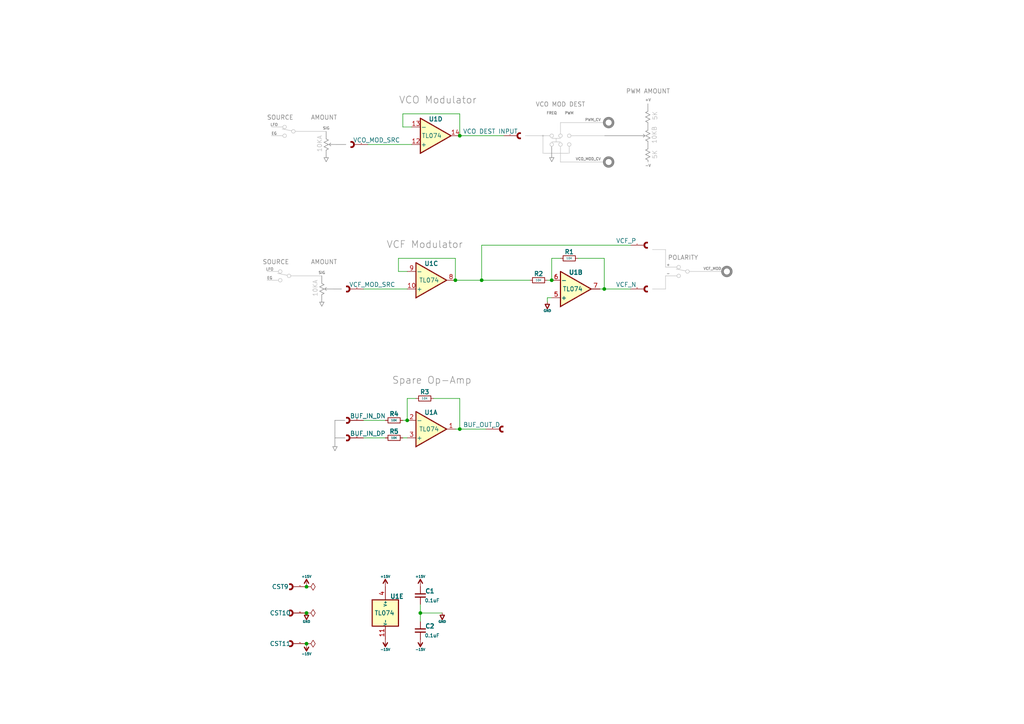
<source format=kicad_sch>
(kicad_sch (version 20250114) (generator "eeschema") (generator_version "9.0")
  (paper "A4")
  (title_block (title "CHIPz - Modulator VCO/VCF") (date "2025-12-01") (rev "B") (company "Circuit Monkey") (comment 1 "Based upon a Moog circuit"))
  (lib_symbols
    (symbol "CM_Connector_Generic:cast-01" (in_bom no)
      (property "Reference" "CST" (at -5.08 0 0))
      (symbol "cast-01_1_1"
        (polyline (pts (xy -2.5 1) (xy -1.875 1) (xy -1.5 0.75) (xy -1.25 0.375) (xy -1.25 -0.375) (xy -1.5 -0.75) (xy -1.875 -1) (xy -2.5 -1) (xy -2.5 -0.5) (xy -2 -0.5) (xy -1.75 -0.25) (xy -1.75 0.25) (xy -2 0.5) (xy -2.5 0.5) (xy -2.5 1)) (stroke (width -0.0001) (color 194 0 0 1)) (fill (type color) (color 132 0 0 1)))
        (pin passive line (at 2.54 0 180) (length 3.81) (name "") (number "1"))
      )
    )
    (symbol "CM_Device:C" (pin_numbers (hide yes)) (pin_names (offset 0.254) (hide yes))
      (property "Reference" "C" (at 1.27 1.27 0))
      (property "Value" "xxuF" (at 1.2687 -1.4475 0))
      (symbol "C_1_1"
        (rectangle (start -1.6 0.633) (end 1.6 0.303) (stroke (width -0.0001)) (fill (type outline)))
        (rectangle (start -1.6 -0.3) (end 1.6 -0.63) (stroke (width -0.0001)) (fill (type outline)))
        (pin passive line (at 0 2.54 270) (length 2.032) (name "~") (number "1"))
        (pin passive line (at 0 -2.54 90) (length 2.032) (name "~") (number "2"))
      )
    )
    (symbol "CM_Device:R" (pin_numbers (hide yes)) (pin_names (offset 0.254) (hide yes))
      (property "Reference" "R" (at 1.875 0 90))
      (property "Value" "VAL" (at 0 0 90))
      (symbol "R_0_1"
        (rectangle (start -0.762 1.778) (end 0.762 -1.778) (stroke (width 0.2032)))
      )
      (symbol "R_1_1"
        (pin passive line (at 0 2.54 270) (length 0.762) (name "~") (number "1"))
        (pin passive line (at 0 -2.54 90) (length 0.762) (name "~") (number "2"))
      )
    )
    (symbol "CM_Op-Amp:TL074" (pin_names (offset 0.127))
      (property "Reference" "U" (at -0.561 4.6406 0))
      (property "Value" "TL074" (at 2.1652 -2.9799 0))
      (symbol "TL074_1_1"
        (polyline (pts (xy -3.81 5.08) (xy 5.08 0) (xy -3.81 -5.08) (xy -3.81 5.08)) (stroke (width 0.33)) (fill (type background)))
        (pin input line (at -6.35 2.54 0) (length 2.54) (name "+") (number "3"))
        (pin input line (at -6.35 -2.54 0) (length 2.54) (name "-") (number "2"))
        (pin output line (at 7.62 0 180) (length 2.54) (name "~") (number "1"))
      )
      (symbol "TL074_2_1"
        (polyline (pts (xy -3.81 5.08) (xy 5.08 0) (xy -3.81 -5.08) (xy -3.81 5.08)) (stroke (width 0.33)) (fill (type background)))
        (pin input line (at -6.35 2.54 0) (length 2.54) (name "+") (number "5"))
        (pin input line (at -6.35 -2.54 0) (length 2.54) (name "-") (number "6"))
        (pin output line (at 7.62 0 180) (length 2.54) (name "~") (number "7"))
      )
      (symbol "TL074_3_1"
        (polyline (pts (xy -3.81 5.08) (xy 5.08 0) (xy -3.81 -5.08) (xy -3.81 5.08)) (stroke (width 0.33)) (fill (type background)))
        (pin input line (at -6.35 2.54 0) (length 2.54) (name "+") (number "10"))
        (pin input line (at -6.35 -2.54 0) (length 2.54) (name "-") (number "9"))
        (pin output line (at 7.62 0 180) (length 2.54) (name "~") (number "8"))
      )
      (symbol "TL074_4_1"
        (polyline (pts (xy -3.81 5.08) (xy 5.08 0) (xy -3.81 -5.08) (xy -3.81 5.08)) (stroke (width 0.33)) (fill (type background)))
        (pin input line (at -6.35 2.54 0) (length 2.54) (name "+") (number "12"))
        (pin input line (at -6.35 -2.54 0) (length 2.54) (name "-") (number "13"))
        (pin output line (at 7.62 0 180) (length 2.54) (name "~") (number "14"))
      )
      (symbol "TL074_5_1"
        (rectangle (start -6.35 3.81) (end 1.27 -3.81) (stroke (width 0.33)) (fill (type background)))
        (pin power_in line (at -2.54 7.62 270) (length 3.81) (name "V+") (number "4"))
        (pin power_in line (at -2.54 -7.62 90) (length 3.81) (name "V-") (number "11"))
      )
    )
    (symbol "CM_power:+15V" (power) (pin_numbers (hide yes)) (pin_names (offset 0) (hide yes))
      (property "Value" "+15V" (at 0 2.5 0))
      (symbol "+15V_0_1"
        (polyline (pts (xy -0.625 1) (xy 0 2.125) (xy 0.625 1)) (stroke (width 0.33)))
        (polyline (pts (xy 0 0) (xy 0 2)))
      )
      (symbol "+15V_1_1"
        (pin power_in line (at 0 0 90) (length 0) (name "~") (number "1"))
      )
    )
    (symbol "CM_power:-15V" (power) (pin_numbers (hide yes)) (pin_names (offset 0) (hide yes))
      (property "Value" "-15V" (at 0 2.5 0))
      (symbol "-15V_0_1"
        (polyline (pts (xy -0.625 1) (xy 0 2.125) (xy 0.625 1)) (stroke (width 0.33)))
        (polyline (pts (xy -0.125 1.625) (xy 0.125 1.625)) (stroke (width 0.09)))
        (polyline (pts (xy -0.125 1.375) (xy 0.125 1.375)) (stroke (width 0.09)))
        (polyline (pts (xy -0.125 1.125) (xy 0.125 1.125)) (stroke (width 0.09)))
        (polyline (pts (xy 0 0) (xy 0 2)))
      )
      (symbol "-15V_1_1"
        (pin power_in line (at 0 0 90) (length 0) (name "~") (number "1"))
      )
    )
    (symbol "CM_power:GND" (power) (pin_numbers (hide yes)) (pin_names (offset 0) (hide yes))
      (property "Value" "GND" (at 0 -2.1 0))
      (symbol "GND_0_1"
        (polyline (pts (xy 0 -0.625) (xy 0 0)))
        (polyline (pts (xy 0 -0.635) (xy 0.635 -0.635) (xy 0 -1.905) (xy -0.635 -0.635) (xy 0 -0.635)) (stroke (width 0.3)))
      )
      (symbol "GND_1_1"
        (pin power_in line (at 0 0 270) (length 0) (name "~") (number "1"))
      )
    )
    (symbol "power:PWR_FLAG" (power) (pin_numbers (hide yes)) (pin_names (offset 0) (hide yes))
      (property "Value" "PWR_FLAG" (at 0 3.81 0))
      (symbol "PWR_FLAG_0_0"
        (pin power_out line (at 0 0 90) (length 0) (name "~") (number "1"))
      )
      (symbol "PWR_FLAG_0_1"
        (polyline (pts (xy 0 0) (xy 0 1.27) (xy -1.016 1.905) (xy 0 2.54) (xy 1.016 1.905) (xy 0 1.27)))
      )
    )
  )
  (circle (center 160.02 41.91) (radius 0.5168) (stroke (width 0) (color 194 194 194 1)))
  (circle (center 85.09 38.1) (radius 0.5168) (stroke (width 0) (color 194 194 194 1)))
  (circle (center 196.85 77.47) (radius 0.5168) (stroke (width 0) (color 194 194 194 1)))
  (circle (center 199.39 78.74) (radius 0.5168) (stroke (width 0) (color 194 194 194 1)))
  (circle (center 176.53 46.99) (radius 1.27) (stroke (width 0.762) (color 132 132 132 1)))
  (circle (center 81.28 78.74) (radius 0.5168) (stroke (width 0) (color 194 194 194 1)))
  (circle (center 81.28 81.28) (radius 0.5168) (stroke (width 0) (color 194 194 194 1)))
  (circle (center 162.56 41.91) (radius 0.5168) (stroke (width 0) (color 194 194 194 1)))
  (circle (center 82.55 39.37) (radius 0.5168) (stroke (width 0) (color 194 194 194 1)))
  (circle (center 196.85 80.01) (radius 0.5168) (stroke (width 0) (color 194 194 194 1)))
  (circle (center 165.1 39.37) (radius 0.5168) (stroke (width 0) (color 194 194 194 1)))
  (circle (center 210.82 78.74) (radius 1.27) (stroke (width 0.762) (color 132 132 132 1)))
  (circle (center 176.53 35.56) (radius 1.27) (stroke (width 0.762) (color 132 132 132 1)))
  (circle (center 162.56 39.37) (radius 0.5168) (stroke (width 0) (color 194 194 194 1)))
  (circle (center 160.02 39.37) (radius 0.5168) (stroke (width 0) (color 194 194 194 1)))
  (circle (center 82.55 36.83) (radius 0.5168) (stroke (width 0) (color 194 194 194 1)))
  (circle (center 83.82 80.01) (radius 0.5168) (stroke (width 0) (color 194 194 194 1)))
  (circle (center 157.48 39.37) (radius 0.1811) (stroke (width 0) (color 194 194 194 1)))
  (circle (center 165.1 41.91) (radius 0.5168) (stroke (width 0) (color 194 194 194 1)))
  (text "VCO Modulator" (at 127 29.21 0) (effects (font (size 2.032 2.032))))
  (text "+V" (at 187.96 29.21 0) (effects (font (size 0.762 0.762))))
  (text "10KB" (at 189.809 39.3704 90) (effects (font (size 1.27 1.27))))
  (text "Spare Op-Amp" (at 125.246 110.49 0) (effects (font (size 2.032 2.032))))
  (text "SIG" (at 93.341 79.3223 0) (effects (font (size 0.762 0.762))))
  (text "5K" (at 189.9723 33.7975 90) (effects (font (size 1.27 1.27))))
  (text "SOURCE" (at 81.28 34.29 0) (effects (font (size 1.27 1.27))))
  (text "SOURCE" (at 80.01 76.2 0) (effects (font (size 1.27 1.27))))
  (text "FREQ" (at 160.02 33.02 0) (effects (font (size 0.762 0.762))))
  (text "VCF_MOD" (at 206.6026 78.1469 0) (effects (font (size 0.762 0.762))))
  (text "POLARITY" (at 198.12 74.93 0) (effects (font (size 1.27 1.27))))
  (text "PWM_CV" (at 171.9773 34.9571 0) (effects (font (size 0.762 0.762))))
  (text "VCF Modulator" (at 123.19 71.12 0) (effects (font (size 2.032 2.032))))
  (text "VCO_MOD_CV" (at 170.6331 46.3355 0) (effects (font (size 0.762 0.762))))
  (text "-V" (at 187.96 48.26 0) (effects (font (size 0.762 0.762))))
  (text "VCO MOD DEST" (at 162.56 30.48 0) (effects (font (size 1.27 1.27))))
  (text "SIG" (at 94.611 37.4123 0) (effects (font (size 0.762 0.762))))
  (text "LFO" (at 79.5056 36.3985 0) (effects (font (size 0.762 0.762))))
  (text "EG" (at 78.2356 80.8485 0) (effects (font (size 0.762 0.762))))
  (text "-" (at 193.8056 79.5785 0) (effects (font (size 0.762 0.762))))
  (text "AMOUNT" (at 93.98 34.29 0) (effects (font (size 1.27 1.27))))
  (text "LFO" (at 78.2356 78.3085 0) (effects (font (size 0.762 0.762))))
  (text "EG" (at 79.5056 38.9385 0) (effects (font (size 0.762 0.762))))
  (text "PWM AMOUNT" (at 187.96 26.67 0) (effects (font (size 1.27 1.27))))
  (text "5K" (at 189.9238 45.0699 90) (effects (font (size 1.27 1.27))))
  (text "10KA" (at 92.71 41.91 90) (effects (font (size 1.27 1.27))))
  (text "10KA" (at 91.44 83.82 90) (effects (font (size 1.27 1.27))))
  (text "AMOUNT" (at 93.98 76.2 0) (effects (font (size 1.27 1.27))))
  (text "+" (at 193.8056 77.0385 0) (effects (font (size 0.762 0.762))))
  (text "PWM" (at 165.1 33.02 0) (effects (font (size 0.762 0.762))))
  (junction (at 175.26 83.82))
  (junction (at 139.7 81.28))
  (junction (at 132.08 81.28))
  (junction (at 160.02 81.28))
  (junction (at 133.35 39.37))
  (junction (at 118.11 121.92))
  (junction (at 121.92 177.8))
  (junction (at 88.9 170.18))
  (junction (at 133.35 124.46))
  (junction (at 88.9 177.8))
  (junction (at 88.9 186.69))
  (polyline (pts (xy 187.269 38.1004) (xy 188.5357 38.742)) (stroke (width 0) (color 132 132 132 0.74)))
  (polyline (pts (xy 92.71 87.63) (xy 93.3358 88.8309)) (stroke (width 0) (color 132 132 132 0.65)))
  (wire (pts (xy 132.08 124.46) (xy 133.35 124.46)))
  (polyline (pts (xy 77.47 78.74) (xy 80.7278 78.7389)) (stroke (width 0) (color 194 194 194 1)))
  (polyline (pts (xy 188.5334 44.1758) (xy 187.2647 44.8101)) (stroke (width 0) (color 132 132 132 0.74)))
  (wire (pts (xy 118.11 115.57) (xy 120.65 115.57)))
  (polyline (pts (xy 162.56 38.8253) (xy 162.56 35.56)) (stroke (width 0) (color 194 194 194 1)))
  (wire (pts (xy 167.64 74.93) (xy 175.26 74.93)))
  (polyline (pts (xy 187.96 46.99) (xy 187.9593 46.4688)) (stroke (width 0) (color 132 132 132 0.74)))
  (wire (pts (xy 118.11 78.74) (xy 115.57 78.74)))
  (wire (pts (xy 133.35 124.46) (xy 140.97 124.46)))
  (polyline (pts (xy 160.6726 45.7092) (xy 160.0284 46.9101)) (stroke (width 0) (color 132 132 132 0.65)))
  (polyline (pts (xy 165.6355 39.3727) (xy 175.26 39.37)) (stroke (width 0) (color 194 194 194 1)))
  (polyline (pts (xy 186.5916 38.9259) (xy 187.0421 39.3689)) (stroke (width 0) (color 132 132 132 0.74)))
  (polyline (pts (xy 157.48 39.37) (xy 157.48 44.45)) (stroke (width 0) (color 194 194 194 1)))
  (wire (pts (xy 132.08 74.93) (xy 132.08 81.28)))
  (polyline (pts (xy 92.7133 84.4677) (xy 93.98 85.09)) (stroke (width 0) (color 132 132 132 0.74)))
  (polyline (pts (xy 187.9252 43.1903) (xy 187.9259 40.9998)) (stroke (width 0) (color 132 132 132 0.74)))
  (polyline (pts (xy 162.5532 41.1551) (xy 160.0132 41.1551)) (stroke (width 0) (color 194 194 194 1)))
  (polyline (pts (xy 93.3303 82.2081) (xy 93.98 82.55)) (stroke (width 0) (color 132 132 132 0.74)))
  (polyline (pts (xy 187.269 40.6404) (xy 187.9259 40.9998)) (stroke (width 0) (color 132 132 132 0.74)))
  (polyline (pts (xy 93.9833 42.5577) (xy 95.25 43.18)) (stroke (width 0) (color 132 132 132 0.74)))
  (wire (pts (xy 139.7 81.28) (xy 153.67 81.28)))
  (polyline (pts (xy 159.4026 45.7092) (xy 160.6726 45.7092)) (stroke (width 0) (color 132 132 132 0.65)))
  (wire (pts (xy 133.35 33.02) (xy 133.35 39.37)))
  (polyline (pts (xy 189.23 72.39) (xy 193.04 72.39)) (stroke (width 0) (color 194 194 194 1)))
  (polyline (pts (xy 152.4 39.37) (xy 159.4678 39.3689)) (stroke (width 0) (color 194 194 194 1)))
  (polyline (pts (xy 187.2567 35.1883) (xy 187.9136 35.5477)) (stroke (width 0) (color 132 132 132 0.74)))
  (wire (pts (xy 175.26 83.82) (xy 182.88 83.82)))
  (wire (pts (xy 118.11 121.92) (xy 118.11 115.57)))
  (wire (pts (xy 116.84 121.92) (xy 118.11 121.92)))
  (polyline (pts (xy 95.25 45.72) (xy 94.6058 46.9209)) (stroke (width 0) (color 132 132 132 0.65)))
  (polyline (pts (xy 93.3238 87.6399) (xy 93.3231 85.4494)) (stroke (width 0) (color 132 132 132 0.74)))
  (polyline (pts (xy 193.04 80.01) (xy 193.04 83.82)) (stroke (width 0) (color 194 194 194 1)))
  (polyline (pts (xy 187.267 39.3763) (xy 188.5357 40.0181)) (stroke (width 0) (color 132 132 132 0.74)))
  (polyline (pts (xy 196.1117 78.0236) (xy 198.8559 78.5764)) (stroke (width 0) (color 194 194 194 1)))
  (polyline (pts (xy 94.6003 40.294) (xy 94.6 38.1038)) (stroke (width 0) (color 132 132 132 0.74)))
  (polyline (pts (xy 92.71 87.63) (xy 93.98 87.63)) (stroke (width 0) (color 132 132 132 0.65)))
  (polyline (pts (xy 188.5357 38.742) (xy 187.267 39.3763)) (stroke (width 0) (color 132 132 132 0.74)))
  (polyline (pts (xy 94.2069 83.8185) (xy 94.6725 84.2466)) (stroke (width 0) (color 132 132 132 0.74)))
  (polyline (pts (xy 187.2567 32.6483) (xy 188.5234 33.2899)) (stroke (width 0) (color 132 132 132 0.74)))
  (wire (pts (xy 133.35 115.57) (xy 133.35 124.46)))
  (polyline (pts (xy 77.47 81.28) (xy 80.7452 81.2817)) (stroke (width 0) (color 194 194 194 1)))
  (polyline (pts (xy 96.52 129.54) (xy 97.79 129.54)) (stroke (width 0) (color 132 132 132 0.65)))
  (wire (pts (xy 116.84 33.02) (xy 133.35 33.02)))
  (polyline (pts (xy 193.04 77.47) (xy 196.2978 77.4689)) (stroke (width 0) (color 194 194 194 1)))
  (polyline (pts (xy 159.4026 45.7092) (xy 160.0284 46.9101)) (stroke (width 0) (color 132 132 132 0.65)))
  (polyline (pts (xy 85.669 38.0996) (xy 94.6056 38.1014)) (stroke (width 0) (color 194 194 194 1)))
  (polyline (pts (xy 95.252 41.9159) (xy 93.9833 42.5577)) (stroke (width 0) (color 132 132 132 0.74)))
  (polyline (pts (xy 97.1338 129.5499) (xy 97.1437 121.9219)) (stroke (width 0) (color 132 132 132 0.74)))
  (polyline (pts (xy 187.9187 37.7585) (xy 187.269 38.1004)) (stroke (width 0) (color 132 132 132 0.74)))
  (polyline (pts (xy 95.9274 41.4655) (xy 95.4769 41.9085)) (stroke (width 0) (color 132 132 132 0.74)))
  (polyline (pts (xy 189.23 83.82) (xy 193.04 83.82)) (stroke (width 0) (color 194 194 194 1)))
  (wire (pts (xy 121.92 177.8) (xy 121.92 180.34)))
  (wire (pts (xy 125.73 115.57) (xy 133.35 115.57)))
  (wire (pts (xy 121.92 175.26) (xy 121.92 177.8)))
  (polyline (pts (xy 193.04 72.39) (xy 193.04 77.47)) (stroke (width 0) (color 194 194 194 1)))
  (polyline (pts (xy 93.98 45.72) (xy 95.25 45.72)) (stroke (width 0) (color 132 132 132 0.65)))
  (polyline (pts (xy 97.143 121.9221) (xy 100.0562 121.9202)) (stroke (width 0) (color 132 132 132 0.74)))
  (wire (pts (xy 139.7 71.12) (xy 182.88 71.12)))
  (polyline (pts (xy 78.74 39.37) (xy 82.0152 39.3717)) (stroke (width 0) (color 194 194 194 1)))
  (polyline (pts (xy 78.74 36.83) (xy 81.9978 36.8289)) (stroke (width 0) (color 194 194 194 1)))
  (polyline (pts (xy 97.1517 127.0094) (xy 100.0649 127.0075)) (stroke (width 0) (color 132 132 132 0.74)))
  (polyline (pts (xy 81.8117 37.3836) (xy 84.5559 37.9364)) (stroke (width 0) (color 194 194 194 1)))
  (wire (pts (xy 116.84 36.83) (xy 116.84 33.02)))
  (wire (pts (xy 105.41 127) (xy 111.76 127)))
  (polyline (pts (xy 93.3303 82.204) (xy 93.33 80.0138)) (stroke (width 0) (color 132 132 132 0.74)))
  (wire (pts (xy 105.41 83.82) (xy 118.11 83.82)))
  (polyline (pts (xy 187.9164 43.1923) (xy 187.2667 43.5342)) (stroke (width 0) (color 132 132 132 0.74)))
  (wire (pts (xy 160.02 86.36) (xy 158.75 86.36)))
  (wire (pts (xy 173.99 83.82) (xy 175.26 83.82)))
  (polyline (pts (xy 95.515 41.9055) (xy 100.33 41.91)) (stroke (width 0) (color 132 132 132 0.74)))
  (polyline (pts (xy 94.6003 40.2981) (xy 95.25 40.64)) (stroke (width 0) (color 132 132 132 0.74)))
  (polyline (pts (xy 161.3038 40.1647) (xy 161.3041 41.15)) (stroke (width 0) (color 194 194 194 1)))
  (wire (pts (xy 105.41 121.92) (xy 111.76 121.92)))
  (polyline (pts (xy 187.2647 44.8101) (xy 188.5334 45.4519)) (stroke (width 0) (color 132 132 132 0.74)))
  (polyline (pts (xy 93.98 45.72) (xy 94.6058 46.9209)) (stroke (width 0) (color 132 132 132 0.65)))
  (polyline (pts (xy 80.5417 79.2936) (xy 83.2859 79.8464)) (stroke (width 0) (color 194 194 194 1)))
  (wire (pts (xy 115.57 74.93) (xy 132.08 74.93)))
  (polyline (pts (xy 187.9187 37.7544) (xy 187.919 35.5642)) (stroke (width 0) (color 132 132 132 0.74)))
  (polyline (pts (xy 175.26 35.56) (xy 162.56 35.56)) (stroke (width 0) (color 194 194 194 1)))
  (wire (pts (xy 175.26 74.93) (xy 175.26 83.82)))
  (polyline (pts (xy 165.0905 42.4572) (xy 165.1 44.45)) (stroke (width 0) (color 194 194 194 1)))
  (polyline (pts (xy 160.0361 40.1543) (xy 162.5761 40.1543)) (stroke (width 0) (color 194 194 194 1)))
  (polyline (pts (xy 187.004 39.3659) (xy 175.26 39.37)) (stroke (width 0) (color 132 132 132 0.74)))
  (polyline (pts (xy 95.4769 41.9085) (xy 95.9425 42.3366)) (stroke (width 0) (color 132 132 132 0.74)))
  (polyline (pts (xy 188.5234 34.566) (xy 187.2567 35.1883)) (stroke (width 0) (color 132 132 132 0.74)))
  (wire (pts (xy 158.75 86.36) (xy 158.75 87.63)))
  (polyline (pts (xy 84.399 80.0096) (xy 93.3356 80.0114)) (stroke (width 0) (color 194 194 194 1)))
  (polyline (pts (xy 187.914 32.2797) (xy 187.9143 30.0895)) (stroke (width 0) (color 132 132 132 0.74)))
  (polyline (pts (xy 187.2667 43.5342) (xy 188.5334 44.1758)) (stroke (width 0) (color 132 132 132 0.74)))
  (wire (pts (xy 106.68 41.91) (xy 119.38 41.91)))
  (polyline (pts (xy 95.25 43.18) (xy 94.5931 43.5394)) (stroke (width 0) (color 132 132 132 0.74)))
  (polyline (pts (xy 93.98 85.09) (xy 93.3231 85.4494)) (stroke (width 0) (color 132 132 132 0.74)))
  (polyline (pts (xy 187.2667 46.0742) (xy 187.9537 46.4521)) (stroke (width 0) (color 132 132 132 0.74)))
  (wire (pts (xy 160.02 81.28) (xy 160.02 74.93)))
  (polyline (pts (xy 175.26 46.99) (xy 162.56 46.99)) (stroke (width 0) (color 194 194 194 1)))
  (polyline (pts (xy 188.5334 45.4519) (xy 187.2667 46.0742)) (stroke (width 0) (color 132 132 132 0.74)))
  (polyline (pts (xy 165.1 44.45) (xy 157.48 44.45)) (stroke (width 0) (color 194 194 194 1)))
  (polyline (pts (xy 188.5357 40.0181) (xy 187.269 40.6404)) (stroke (width 0) (color 132 132 132 0.74)))
  (wire (pts (xy 115.57 78.74) (xy 115.57 74.93)))
  (wire (pts (xy 116.84 127) (xy 118.11 127)))
  (polyline (pts (xy 187.2547 33.9242) (xy 188.5234 34.566)) (stroke (width 0) (color 132 132 132 0.74)))
  (polyline (pts (xy 94.5938 45.7299) (xy 94.5931 43.5394)) (stroke (width 0) (color 132 132 132 0.74)))
  (polyline (pts (xy 92.7133 83.1916) (xy 93.982 83.8259)) (stroke (width 0) (color 132 132 132 0.74)))
  (wire (pts (xy 119.38 36.83) (xy 116.84 36.83)))
  (polyline (pts (xy 199.969 78.7396) (xy 209.55 78.74)) (stroke (width 0) (color 194 194 194 1)))
  (polyline (pts (xy 93.98 82.55) (xy 92.7133 83.1916)) (stroke (width 0) (color 132 132 132 0.74)))
  (polyline (pts (xy 93.98 87.63) (xy 93.3358 88.8309)) (stroke (width 0) (color 132 132 132 0.65)))
  (polyline (pts (xy 93.982 83.8259) (xy 92.7133 84.4677)) (stroke (width 0) (color 132 132 132 0.74)))
  (polyline (pts (xy 95.25 40.64) (xy 93.9833 41.2816)) (stroke (width 0) (color 132 132 132 0.74)))
  (polyline (pts (xy 160.0164 45.7191) (xy 160.0102 42.4627)) (stroke (width 0) (color 132 132 132 0.74)))
  (wire (pts (xy 139.7 81.28) (xy 139.7 71.12)))
  (wire (pts (xy 132.08 81.28) (xy 139.7 81.28)))
  (polyline (pts (xy 96.52 129.54) (xy 97.1458 130.7409)) (stroke (width 0) (color 132 132 132 0.65)))
  (polyline (pts (xy 93.9833 41.2816) (xy 95.252 41.9159)) (stroke (width 0) (color 132 132 132 0.74)))
  (polyline (pts (xy 188.5234 33.2899) (xy 187.2547 33.9242)) (stroke (width 0) (color 132 132 132 0.74)))
  (wire (pts (xy 158.75 81.28) (xy 160.02 81.28)))
  (polyline (pts (xy 187.0421 39.3689) (xy 186.5765 39.797)) (stroke (width 0) (color 132 132 132 0.74)))
  (polyline (pts (xy 94.6574 83.3755) (xy 94.2069 83.8185)) (stroke (width 0) (color 132 132 132 0.74)))
  (polyline (pts (xy 94.245 83.8155) (xy 99.06 83.82)) (stroke (width 0) (color 132 132 132 0.74)))
  (wire (pts (xy 121.92 177.8) (xy 128.27 177.8)))
  (wire (pts (xy 133.35 39.37) (xy 146.05 39.37)))
  (polyline (pts (xy 97.79 129.54) (xy 97.1458 130.7409)) (stroke (width 0) (color 132 132 132 0.65)))
  (wire (pts (xy 160.02 74.93) (xy 162.56 74.93)))
  (polyline (pts (xy 193.04 80.01) (xy 196.3152 80.0117)) (stroke (width 0) (color 194 194 194 1)))
  (polyline (pts (xy 187.9064 32.3064) (xy 187.2567 32.6483)) (stroke (width 0) (color 132 132 132 0.74)))
  (polyline (pts (xy 162.56 42.4547) (xy 162.56 46.99)) (stroke (width 0) (color 194 194 194 1)))
  (symbol (lib_id "CM_Connector_Generic:cast-01") (at 86.36 177.8 0) (unit 1) (in_bom no)
    (property "Reference" "CST10" (at 81.28 177.8 0))
    (property "Value" "GND" (effects (hide yes)))
    (property "Footprint" "CM_Connector_Castelated:cast-2.0-01P" (effects (hide yes)))
    (property "Description" "Castelated PCB Edge - 2.0mm - 1P" (effects (hide yes)))
  )
  (symbol (lib_id "CM_Connector_Generic:cast-01") (at 143.51 124.46 180) (unit 1) (in_bom no)
    (property "Reference" "CST7" (effects (hide yes)))
    (property "Value" "BUF_OUT_D" (at 139.7 123.19 0))
    (property "Footprint" "CM_Connector_Castelated:cast-2.0-01P" (effects (hide yes)))
    (property "Description" "Castelated PCB Edge - 2.0mm - 1P" (effects (hide yes)))
  )
  (symbol (lib_id "CM_Connector_Generic:cast-01") (at 102.87 121.92 0) (unit 1) (in_bom no)
    (property "Reference" "CST6" (effects (hide yes)))
    (property "Value" "BUF_IN_DN" (at 106.68 120.65 0))
    (property "Footprint" "CM_Connector_Castelated:cast-2.0-01P" (effects (hide yes)))
    (property "Description" "Castelated PCB Edge - 2.0mm - 1P" (effects (hide yes)))
  )
  (symbol (lib_id "CM_Device:R") (at 123.19 115.57 270) (mirror x) (unit 1)
    (property "Reference" "R3" (at 123.19 113.695 90) (effects (font (thickness 0.254) (bold yes))))
    (property "Value" "10K" (at 123.19 115.57 90) (effects (font (size 0.6 0.6) (thickness 0.0875))))
    (property "Footprint" "CM_Resistor_Capacitor:R_0603_1608Metric" (effects (hide yes)))
    (property "Description" "Resistor, symbol" (effects (hide yes)))
  )
  (symbol (lib_id "CM_Op-Amp:TL074") (at 124.46 124.46 0) (mirror x) (unit 1)
    (property "Reference" "U1" (at 122.936 119.634 0) (effects (font (thickness 0.254) (bold yes)) (justify left)))
    (property "Value" "TL074" (at 124.46 124.46 0))
    (property "Footprint" "Package_SO:SO-14_3.9x8.65mm_P1.27mm" (effects (hide yes)))
    (property "Datasheet" "http://www.ti.com/lit/ds/symlink/tl071.pdf" (effects (hide yes)))
    (property "Description" "Quad Low-Noise JFET-Input Operational Amplifiers, DIP-14/SOIC-14" (effects (hide yes)))
    (property "MPN" "TL074HIDR" (effects (hide yes)))
    (property "MFR" "Texas Instruments" (effects (hide yes)))
  )
  (symbol (lib_id "CM_Connector_Generic:cast-01") (at 102.87 83.82 0) (unit 1) (in_bom no)
    (property "Reference" "CST4" (effects (hide yes)))
    (property "Value" "VCF_MOD_SRC" (at 107.95 82.55 0))
    (property "Footprint" "CM_Connector_Castelated:cast-2.0-01P" (effects (hide yes)))
    (property "Description" "Castelated PCB Edge - 2.0mm - 1P" (effects (hide yes)))
  )
  (symbol (lib_id "CM_Connector_Generic:cast-01") (at 185.42 83.82 180) (unit 1) (in_bom no)
    (property "Reference" "CST5" (effects (hide yes)))
    (property "Value" "VCF_N" (at 181.61 82.55 0))
    (property "Footprint" "CM_Connector_Castelated:cast-2.0-01P" (effects (hide yes)))
    (property "Description" "Castelated PCB Edge - 2.0mm - 1P" (effects (hide yes)))
  )
  (symbol (lib_id "CM_Device:C") (at 121.92 172.72 0) (unit 1)
    (property "Reference" "C1" (at 123.19 171.45 0) (effects (font (thickness 0.254) (bold yes)) (justify left)))
    (property "Value" "0.1uF" (at 123.1887 174.1675 0) (effects (font (size 1 1)) (justify left)))
    (property "Footprint" "CM_Resistor_Capacitor:C_0603_1608Metric" (effects (hide yes)))
    (property "Description" "Unpolarized capacitor, small symbol" (effects (hide yes)))
  )
  (symbol (lib_id "CM_power:-15V") (at 121.92 185.42 180) (unit 1)
    (property "Reference" "#PWR08" (effects (hide yes)))
    (property "Value" "-15V" (at 121.92 187.92 0) (effects (font (size 0.7 0.7) (thickness 0.14) (bold yes)) (justify bottom)))
    (property "Description" "Power symbol creates a global label with name \"-15V\"" (effects (hide yes)))
  )
  (symbol (lib_id "CM_power:+15V") (at 121.92 170.18 0) (unit 1)
    (property "Reference" "#PWR04" (effects (hide yes)))
    (property "Value" "+15V" (at 121.92 167.68 0) (effects (font (size 0.7 0.7) (thickness 0.14) (bold yes)) (justify bottom)))
    (property "Description" "Power symbol creates a global label with name \"+15V\"" (effects (hide yes)))
  )
  (symbol (lib_id "CM_power:GND") (at 158.75 87.63 0) (unit 1)
    (property "Reference" "#PWR01" (effects (hide yes)))
    (property "Value" "GND" (at 158.75 89.73 0) (effects (font (size 0.7 0.7)) (justify top)))
    (property "Description" "Power symbol creates a global label with name \"GND\" , ground" (effects (hide yes)))
  )
  (symbol (lib_id "power:PWR_FLAG") (at 88.9 177.8 270) (unit 1)
    (property "Reference" "#FLG02" (effects (hide yes)))
    (property "Value" "PWR_FLAG" (effects (hide yes)))
    (property "Description" "Special symbol for telling ERC where power comes from" (effects (hide yes)))
  )
  (symbol (lib_id "CM_power:-15V") (at 111.76 185.42 180) (unit 1)
    (property "Reference" "#PWR07" (effects (hide yes)))
    (property "Value" "-15V" (at 111.76 187.92 0) (effects (font (size 0.7 0.7) (thickness 0.14) (bold yes)) (justify bottom)))
    (property "Description" "Power symbol creates a global label with name \"-15V\"" (effects (hide yes)))
  )
  (symbol (lib_id "CM_Device:R") (at 156.21 81.28 270) (mirror x) (unit 1)
    (property "Reference" "R2" (at 156.21 79.405 90) (effects (font (thickness 0.254) (bold yes))))
    (property "Value" "10K" (at 156.21 81.28 90) (effects (font (size 0.6 0.6) (thickness 0.0875))))
    (property "Footprint" "CM_Resistor_Capacitor:R_0603_1608Metric" (effects (hide yes)))
    (property "Description" "Resistor, symbol" (effects (hide yes)))
  )
  (symbol (lib_id "CM_Device:C") (at 121.92 182.88 0) (unit 1)
    (property "Reference" "C2" (at 123.19 181.61 0) (effects (font (thickness 0.254) (bold yes)) (justify left)))
    (property "Value" "0.1uF" (at 123.1887 184.3275 0) (effects (font (size 1 1)) (justify left)))
    (property "Footprint" "CM_Resistor_Capacitor:C_0603_1608Metric" (effects (hide yes)))
    (property "Description" "Unpolarized capacitor, small symbol" (effects (hide yes)))
  )
  (symbol (lib_id "CM_Device:R") (at 114.3 127 270) (mirror x) (unit 1)
    (property "Reference" "R5" (at 114.3 125.125 90) (effects (font (thickness 0.254) (bold yes))))
    (property "Value" "10K" (at 114.3 127 90) (effects (font (size 0.6 0.6) (thickness 0.0875))))
    (property "Footprint" "CM_Resistor_Capacitor:R_0603_1608Metric" (effects (hide yes)))
    (property "Description" "Resistor, symbol" (effects (hide yes)))
  )
  (symbol (lib_id "CM_Device:R") (at 114.3 121.92 270) (mirror x) (unit 1)
    (property "Reference" "R4" (at 114.3 120.045 90) (effects (font (thickness 0.254) (bold yes))))
    (property "Value" "10K" (at 114.3 121.92 90) (effects (font (size 0.6 0.6) (thickness 0.0875))))
    (property "Footprint" "CM_Resistor_Capacitor:R_0603_1608Metric" (effects (hide yes)))
    (property "Description" "Resistor, symbol" (effects (hide yes)))
  )
  (symbol (lib_id "CM_Op-Amp:TL074") (at 124.46 81.28 0) (mirror x) (unit 3)
    (property "Reference" "U1" (at 122.936 76.454 0) (effects (font (thickness 0.254) (bold yes)) (justify left)))
    (property "Value" "TL074" (at 124.46 81.28 0))
    (property "Footprint" "Package_SO:SO-14_3.9x8.65mm_P1.27mm" (effects (hide yes)))
    (property "Datasheet" "http://www.ti.com/lit/ds/symlink/tl071.pdf" (effects (hide yes)))
    (property "Description" "Quad Low-Noise JFET-Input Operational Amplifiers, DIP-14/SOIC-14" (effects (hide yes)))
    (property "MPN" "TL074HIDR" (effects (hide yes)))
    (property "MFR" "Texas Instruments" (effects (hide yes)))
  )
  (symbol (lib_id "CM_power:GND") (at 88.9 177.8 0) (unit 1)
    (property "Reference" "#PWR05" (effects (hide yes)))
    (property "Value" "GND" (at 88.9 179.9 0) (effects (font (size 0.7 0.7)) (justify top)))
    (property "Description" "Power symbol creates a global label with name \"GND\" , ground" (effects (hide yes)))
  )
  (symbol (lib_id "CM_power:+15V") (at 88.9 170.18 0) (unit 1)
    (property "Reference" "#PWR02" (effects (hide yes)))
    (property "Value" "+15V" (at 88.9 167.68 0) (effects (font (size 0.7 0.7) (thickness 0.14) (bold yes)) (justify bottom)))
    (property "Description" "Power symbol creates a global label with name \"+15V\"" (effects (hide yes)))
  )
  (symbol (lib_id "CM_Op-Amp:TL074") (at 114.3 177.8 0) (unit 5)
    (property "Reference" "U1" (at 113.03 172.974 0) (effects (font (thickness 0.254) (bold yes)) (justify left)))
    (property "Value" "TL074" (at 111.506 177.8 0))
    (property "Footprint" "Package_SO:SO-14_3.9x8.65mm_P1.27mm" (effects (hide yes)))
    (property "Datasheet" "http://www.ti.com/lit/ds/symlink/tl071.pdf" (effects (hide yes)))
    (property "Description" "Quad Low-Noise JFET-Input Operational Amplifiers, DIP-14/SOIC-14" (effects (hide yes)))
    (property "MPN" "TL074HIDR" (effects (hide yes)))
    (property "MFR" "Texas Instruments" (effects (hide yes)))
  )
  (symbol (lib_id "CM_Connector_Generic:cast-01") (at 86.36 186.69 0) (unit 1) (in_bom no)
    (property "Reference" "CST11" (at 81.28 186.69 0))
    (property "Value" "-V" (effects (hide yes)))
    (property "Footprint" "CM_Connector_Castelated:cast-2.0-01P" (effects (hide yes)))
    (property "Description" "Castelated PCB Edge - 2.0mm - 1P" (effects (hide yes)))
  )
  (symbol (lib_id "CM_Connector_Generic:cast-01") (at 104.14 41.91 0) (unit 1) (in_bom no)
    (property "Reference" "CST2" (effects (hide yes)))
    (property "Value" "VCO_MOD_SRC" (at 109.22 40.64 0))
    (property "Footprint" "CM_Connector_Castelated:cast-2.0-01P" (effects (hide yes)))
    (property "Description" "Castelated PCB Edge - 2.0mm - 1P" (effects (hide yes)))
  )
  (symbol (lib_id "power:PWR_FLAG") (at 88.9 186.69 270) (unit 1)
    (property "Reference" "#FLG03" (effects (hide yes)))
    (property "Value" "PWR_FLAG" (effects (hide yes)))
    (property "Description" "Special symbol for telling ERC where power comes from" (effects (hide yes)))
  )
  (symbol (lib_id "CM_Connector_Generic:cast-01") (at 185.42 71.12 180) (unit 1) (in_bom no)
    (property "Reference" "CST3" (effects (hide yes)))
    (property "Value" "VCF_P" (at 181.61 69.85 0))
    (property "Footprint" "CM_Connector_Castelated:cast-2.0-01P" (effects (hide yes)))
    (property "Description" "Castelated PCB Edge - 2.0mm - 1P" (effects (hide yes)))
  )
  (symbol (lib_id "power:PWR_FLAG") (at 88.9 170.18 270) (unit 1)
    (property "Reference" "#FLG01" (effects (hide yes)))
    (property "Value" "PWR_FLAG" (effects (hide yes)))
    (property "Description" "Special symbol for telling ERC where power comes from" (effects (hide yes)))
  )
  (symbol (lib_id "CM_Connector_Generic:cast-01") (at 86.36 170.18 0) (unit 1) (in_bom no)
    (property "Reference" "CST9" (at 81.28 170.18 0))
    (property "Value" "+V" (effects (hide yes)))
    (property "Footprint" "CM_Connector_Castelated:cast-2.0-01P" (effects (hide yes)))
    (property "Description" "Castelated PCB Edge - 2.0mm - 1P" (effects (hide yes)))
  )
  (symbol (lib_id "CM_Device:R") (at 165.1 74.93 270) (mirror x) (unit 1)
    (property "Reference" "R1" (at 165.1 73.055 90) (effects (font (thickness 0.254) (bold yes))))
    (property "Value" "10K" (at 165.1 74.93 90) (effects (font (size 0.6 0.6) (thickness 0.0875))))
    (property "Footprint" "CM_Resistor_Capacitor:R_0603_1608Metric" (effects (hide yes)))
    (property "Description" "Resistor, symbol" (effects (hide yes)))
  )
  (symbol (lib_id "CM_Connector_Generic:cast-01") (at 148.59 39.37 180) (unit 1) (in_bom no)
    (property "Reference" "CST1" (effects (hide yes)))
    (property "Value" "VCO DEST INPUT" (at 142.24 38.1 0))
    (property "Footprint" "CM_Connector_Castelated:cast-2.0-01P" (effects (hide yes)))
    (property "Description" "Castelated PCB Edge - 2.0mm - 1P" (effects (hide yes)))
  )
  (symbol (lib_id "CM_Connector_Generic:cast-01") (at 102.87 127 0) (unit 1) (in_bom no)
    (property "Reference" "CST8" (effects (hide yes)))
    (property "Value" "BUF_IN_DP" (at 106.68 125.73 0))
    (property "Footprint" "CM_Connector_Castelated:cast-2.0-01P" (effects (hide yes)))
    (property "Description" "Castelated PCB Edge - 2.0mm - 1P" (effects (hide yes)))
  )
  (symbol (lib_id "CM_power:+15V") (at 111.76 170.18 0) (unit 1)
    (property "Reference" "#PWR03" (effects (hide yes)))
    (property "Value" "+15V" (at 111.76 167.68 0) (effects (font (size 0.7 0.7) (thickness 0.14) (bold yes)) (justify bottom)))
    (property "Description" "Power symbol creates a global label with name \"+15V\"" (effects (hide yes)))
  )
  (symbol (lib_id "CM_Op-Amp:TL074") (at 125.73 39.37 0) (mirror x) (unit 4)
    (property "Reference" "U1" (at 124.206 34.544 0) (effects (font (thickness 0.254) (bold yes)) (justify left)))
    (property "Value" "TL074" (at 125.222 39.37 0))
    (property "Footprint" "Package_SO:SO-14_3.9x8.65mm_P1.27mm" (effects (hide yes)))
    (property "Datasheet" "http://www.ti.com/lit/ds/symlink/tl071.pdf" (effects (hide yes)))
    (property "Description" "Quad Low-Noise JFET-Input Operational Amplifiers, DIP-14/SOIC-14" (effects (hide yes)))
    (property "MPN" "TL074HIDR" (effects (hide yes)))
    (property "MFR" "Texas Instruments" (effects (hide yes)))
  )
  (symbol (lib_id "CM_Op-Amp:TL074") (at 166.37 83.82 0) (mirror x) (unit 2)
    (property "Reference" "U1" (at 164.846 78.994 0) (effects (font (thickness 0.254) (bold yes)) (justify left)))
    (property "Value" "TL074" (at 166.116 83.82 0))
    (property "Footprint" "Package_SO:SO-14_3.9x8.65mm_P1.27mm" (effects (hide yes)))
    (property "Datasheet" "http://www.ti.com/lit/ds/symlink/tl071.pdf" (effects (hide yes)))
    (property "Description" "Quad Low-Noise JFET-Input Operational Amplifiers, DIP-14/SOIC-14" (effects (hide yes)))
    (property "MPN" "TL074HIDR" (effects (hide yes)))
    (property "MFR" "Texas Instruments" (effects (hide yes)))
  )
  (symbol (lib_id "CM_power:-15V") (at 88.9 186.69 180) (unit 1)
    (property "Reference" "#PWR09" (effects (hide yes)))
    (property "Value" "-15V" (at 88.9 189.19 0) (effects (font (size 0.7 0.7) (thickness 0.14) (bold yes)) (justify bottom)))
    (property "Description" "Power symbol creates a global label with name \"-15V\"" (effects (hide yes)))
  )
  (symbol (lib_id "CM_power:GND") (at 128.27 177.8 0) (unit 1)
    (property "Reference" "#PWR06" (effects (hide yes)))
    (property "Value" "GND" (at 128.27 179.9 0) (effects (font (size 0.7 0.7)) (justify top)))
    (property "Description" "Power symbol creates a global label with name \"GND\" , ground" (effects (hide yes)))
  )
)
</source>
